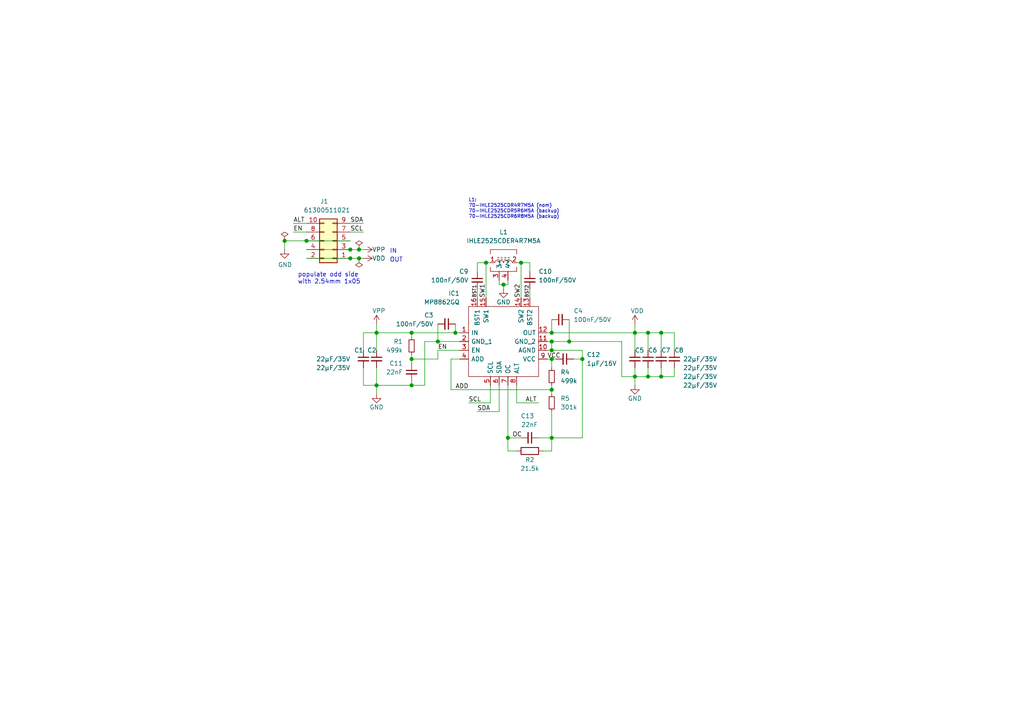
<source format=kicad_sch>
(kicad_sch (version 20201015) (generator eeschema)
  (page 1 1)
  (paper "A4")
  (title_block (title "EVAL-MP8862GQ-0000") (date "2020-10-24") (rev "1A") (company "https://github.com/MisterHW"))
  (lib_symbols
    (symbol "Connector_Generic:Conn_02x05_Odd_Even" (pin_names (offset 1.016) hide)
      (property "Reference" "J" (at 1.27 7.62 0))
      (property "Value" "Conn_02x05_Odd_Even" (at 1.27 -7.62 0))
      (symbol "Conn_02x05_Odd_Even_1_1"
        (rectangle (start -1.27 -4.953) (end 0 -5.207) (stroke (width 0.1524)))
        (rectangle (start -1.27 -2.413) (end 0 -2.667) (stroke (width 0.1524)))
        (rectangle (start -1.27 2.667) (end 0 2.413) (stroke (width 0.1524)))
        (rectangle (start -1.27 5.207) (end 0 4.953) (stroke (width 0.1524)))
        (rectangle (start -1.27 6.35) (end 3.81 -6.35) (stroke (width 0.254)) (fill (type background)))
        (rectangle (start -1.27 0.127) (end 0 -0.127) (stroke (width 0.1524)))
        (rectangle (start 3.81 -4.953) (end 2.54 -5.207) (stroke (width 0.1524)))
        (rectangle (start 3.81 -2.413) (end 2.54 -2.667) (stroke (width 0.1524)))
        (rectangle (start 3.81 2.667) (end 2.54 2.413) (stroke (width 0.1524)))
        (rectangle (start 3.81 5.207) (end 2.54 4.953) (stroke (width 0.1524)))
        (rectangle (start 3.81 0.127) (end 2.54 -0.127) (stroke (width 0.1524)))
        (pin passive line (at -5.08 5.08 0) (length 3.81) (name "Pin_1") (number "1"))
        (pin passive line (at 7.62 -5.08 180) (length 3.81) (name "Pin_10") (number "10"))
        (pin passive line (at 7.62 5.08 180) (length 3.81) (name "Pin_2") (number "2"))
        (pin passive line (at -5.08 2.54 0) (length 3.81) (name "Pin_3") (number "3"))
        (pin passive line (at 7.62 2.54 180) (length 3.81) (name "Pin_4") (number "4"))
        (pin passive line (at -5.08 0 0) (length 3.81) (name "Pin_5") (number "5"))
        (pin passive line (at 7.62 0 180) (length 3.81) (name "Pin_6") (number "6"))
        (pin passive line (at -5.08 -2.54 0) (length 3.81) (name "Pin_7") (number "7"))
        (pin passive line (at 7.62 -2.54 180) (length 3.81) (name "Pin_8") (number "8"))
        (pin passive line (at -5.08 -5.08 0) (length 3.81) (name "Pin_9") (number "9"))
      )
    )
    (symbol "Device:C_Small" (pin_numbers hide) (pin_names (offset 0.254) hide)
      (property "Reference" "C" (at 0.254 1.778 0))
      (property "Value" "C_Small" (at 0.254 -2.032 0))
      (symbol "C_Small_0_1"
        (polyline (pts (xy -1.524 -0.508) (xy 1.524 -0.508)) (stroke (width 0.3302)))
        (polyline (pts (xy -1.524 0.508) (xy 1.524 0.508)) (stroke (width 0.3048)))
      )
      (symbol "C_Small_1_1"
        (pin passive line (at 0 2.54 270) (length 2.032) (name "~") (number "1"))
        (pin passive line (at 0 -2.54 90) (length 2.032) (name "~") (number "2"))
      )
    )
    (symbol "Device:R" (pin_numbers hide) (pin_names (offset 0))
      (property "Reference" "R" (at 2.032 0 90))
      (property "Value" "R" (at 0 0 90))
      (symbol "R_0_1"
        (rectangle (start -1.016 -2.54) (end 1.016 2.54) (stroke (width 0.254)))
      )
      (symbol "R_1_1"
        (pin passive line (at 0 3.81 270) (length 1.27) (name "~") (number "1"))
        (pin passive line (at 0 -3.81 90) (length 1.27) (name "~") (number "2"))
      )
    )
    (symbol "Device:R_Small" (pin_numbers hide) (pin_names (offset 0.254) hide)
      (property "Reference" "R" (at 0.762 0.508 0))
      (property "Value" "R_Small" (at 0.762 -1.016 0))
      (symbol "R_Small_0_1"
        (rectangle (start -0.762 1.778) (end 0.762 -1.778) (stroke (width 0.2032)))
      )
      (symbol "R_Small_1_1"
        (pin passive line (at 0 2.54 270) (length 0.762) (name "~") (number "1"))
        (pin passive line (at 0 -2.54 90) (length 0.762) (name "~") (number "2"))
      )
    )
    (symbol "IHLE2525CD:IHLE2525CDER4R7M5A" (pin_names (offset 0.762))
      (property "Reference" "L" (at -3.81 7.62 0))
      (property "Value" "IHLE2525CDER4R7M5A" (at -3.81 5.08 0))
      (symbol "IHLE2525CDER4R7M5A_1_1"
        (arc (start -1.27 0) (end -2.54 0) (radius (at -1.905 0) (length 0.635) (angles 0.1 179.9)))
        (arc (start 0 0) (end -1.27 0) (radius (at -0.635 0) (length 0.635) (angles 0.1 179.9)))
        (arc (start 1.27 0) (end 0 0) (radius (at 0.635 0) (length 0.635) (angles 0.1 179.9)))
        (arc (start 2.54 0) (end 1.27 0) (radius (at 1.905 0) (length 0.635) (angles 0.1 179.9)))
        (polyline (pts (xy -1.778 1.524) (xy -1.27 1.524)))
        (polyline (pts (xy -1.27 1.016) (xy -1.778 1.016)))
        (polyline (pts (xy -0.762 1.524) (xy -0.254 1.524)))
        (polyline (pts (xy -0.254 1.016) (xy -0.762 1.016)))
        (polyline (pts (xy 0.254 1.524) (xy 0.762 1.524)))
        (polyline (pts (xy 0.762 1.016) (xy 0.254 1.016)))
        (polyline (pts (xy 1.27 1.524) (xy 1.778 1.524)))
        (polyline (pts (xy 1.778 1.016) (xy 1.27 1.016)))
        (pin passive line (at -3.81 0 0) (length 1.27) (name "1") (number "1"))
        (pin passive line (at 3.81 0 180) (length 1.27) (name "2") (number "2"))
      )
      (symbol "IHLE2525CDER4R7M5A_0_1"
        (polyline (pts (xy -3.81 -1.27) (xy -3.81 -2.54) (xy 3.81 -2.54) (xy 3.81 -1.27)))
        (polyline (pts (xy -3.81 2.54) (xy -3.81 3.81) (xy 3.81 3.81) (xy 3.81 2.54)))
      )
      (symbol "IHLE2525CDER4R7M5A_0_0"
        (pin passive line (at -1.27 -5.08 90) (length 2.54) (name "3") (number "3"))
        (pin passive line (at 1.27 -5.08 90) (length 2.54) (name "4") (number "4"))
      )
    )
    (symbol "MP8862GQ:MP8862GQ-0000-Z" (pin_names (offset 0.762))
      (property "Reference" "IC" (at 12.7 12.7 0))
      (property "Value" "MP8862GQ-0000-Z" (at 12.7 10.16 0))
      (symbol "MP8862GQ-0000-Z_0_1"
        (rectangle (start -10.16 10.16) (end 10.16 -10.16))
      )
      (symbol "MP8862GQ-0000-Z_0_0"
        (pin passive line (at -12.7 2.54 0) (length 2.54) (name "IN") (number "1"))
        (pin passive line (at 12.7 -2.54 180) (length 2.54) (name "AGND") (number "10"))
        (pin passive line (at 12.7 0 180) (length 2.54) (name "GND_2") (number "11"))
        (pin passive line (at 12.7 2.54 180) (length 2.54) (name "OUT") (number "12"))
        (pin passive line (at 7.62 12.7 270) (length 2.54) (name "BST2") (number "13"))
        (pin passive line (at 5.08 12.7 270) (length 2.54) (name "SW2") (number "14"))
        (pin passive line (at -5.08 12.7 270) (length 2.54) (name "SW1") (number "15"))
        (pin passive line (at -7.62 12.7 270) (length 2.54) (name "BST1") (number "16"))
        (pin passive line (at -12.7 0 0) (length 2.54) (name "GND_1") (number "2"))
        (pin passive line (at -12.7 -2.54 0) (length 2.54) (name "EN") (number "3"))
        (pin passive line (at -12.7 -5.08 0) (length 2.54) (name "ADD") (number "4"))
        (pin passive line (at -3.81 -12.7 90) (length 2.54) (name "SCL") (number "5"))
        (pin passive line (at -1.27 -12.7 90) (length 2.54) (name "SDA") (number "6"))
        (pin passive line (at 1.27 -12.7 90) (length 2.54) (name "OC") (number "7"))
        (pin passive line (at 3.81 -12.7 90) (length 2.54) (name "ALT") (number "8"))
        (pin passive line (at 12.7 -5.08 180) (length 2.54) (name "VCC") (number "9"))
      )
    )
    (symbol "power:GND" (power) (pin_names (offset 0))
      (property "Value" "GND" (at 0 -3.81 0))
      (symbol "GND_0_1"
        (polyline (pts (xy 0 0) (xy 0 -1.27) (xy 1.27 -1.27) (xy 0 -2.54) (xy -1.27 -1.27) (xy 0 -1.27)))
      )
      (symbol "GND_1_1"
        (pin power_in line (at 0 0 270) (length 0) hide (name "GND") (number "1"))
      )
    )
    (symbol "power:PWR_FLAG" (power) (pin_numbers hide) (pin_names (offset 0) hide)
      (property "Value" "PWR_FLAG" (at 0 3.81 0))
      (symbol "PWR_FLAG_0_1"
        (polyline (pts (xy 0 0) (xy 0 1.27) (xy -1.016 1.905) (xy 0 2.54) (xy 1.016 1.905) (xy 0 1.27)))
      )
      (symbol "PWR_FLAG_0_0"
        (pin power_out line (at 0 0 90) (length 0) (name "pwr") (number "1"))
      )
    )
    (symbol "power:VDD" (power) (pin_names (offset 0))
      (property "Value" "VDD" (at 0 3.81 0))
      (symbol "VDD_0_1"
        (polyline (pts (xy -0.762 1.27) (xy 0 2.54)))
        (polyline (pts (xy 0 0) (xy 0 2.54)))
        (polyline (pts (xy 0 2.54) (xy 0.762 1.27)))
      )
      (symbol "VDD_1_1"
        (pin power_in line (at 0 0 90) (length 0) hide (name "VDD") (number "1"))
      )
    )
    (symbol "power:VPP" (power) (pin_names (offset 0))
      (property "Value" "VPP" (at 0 3.81 0))
      (symbol "VPP_0_1"
        (polyline (pts (xy -0.762 1.27) (xy 0 2.54)))
        (polyline (pts (xy 0 0) (xy 0 2.54)))
        (polyline (pts (xy 0 2.54) (xy 0.762 1.27)))
      )
      (symbol "VPP_1_1"
        (pin power_in line (at 0 0 90) (length 0) hide (name "VPP") (number "1"))
      )
    )
  )
  (junction (at 82.55 69.85) (diameter 1.016))
  (junction (at 88.9 69.85) (diameter 1.016))
  (junction (at 101.6 72.39) (diameter 1.016))
  (junction (at 101.6 74.93) (diameter 1.016))
  (junction (at 104.14 72.39) (diameter 1.016))
  (junction (at 104.14 74.93) (diameter 1.016))
  (junction (at 109.22 96.52) (diameter 1.016))
  (junction (at 109.22 111.76) (diameter 1.016))
  (junction (at 119.38 96.52) (diameter 1.016))
  (junction (at 119.38 104.14) (diameter 1.016))
  (junction (at 119.38 111.76) (diameter 1.016))
  (junction (at 127 99.06) (diameter 1.016))
  (junction (at 132.08 96.52) (diameter 1.016))
  (junction (at 140.97 76.2) (diameter 1.016))
  (junction (at 146.05 82.55) (diameter 1.016))
  (junction (at 147.32 127) (diameter 1.016))
  (junction (at 151.13 76.2) (diameter 1.016))
  (junction (at 160.02 96.52) (diameter 1.016))
  (junction (at 160.02 99.06) (diameter 1.016))
  (junction (at 160.02 101.6) (diameter 1.016))
  (junction (at 160.02 104.14) (diameter 1.016))
  (junction (at 160.02 113.03) (diameter 1.016))
  (junction (at 160.02 127) (diameter 1.016))
  (junction (at 165.1 99.06) (diameter 1.016))
  (junction (at 168.91 104.14) (diameter 1.016))
  (junction (at 184.15 96.52) (diameter 1.016))
  (junction (at 184.15 109.22) (diameter 1.016))
  (junction (at 187.96 96.52) (diameter 1.016))
  (junction (at 187.96 109.22) (diameter 1.016))
  (junction (at 191.77 96.52) (diameter 1.016))
  (junction (at 191.77 109.22) (diameter 1.016))
  (wire (pts (xy 82.55 69.85) (xy 82.55 72.39)))
  (wire (pts (xy 88.9 64.77) (xy 85.09 64.77)))
  (wire (pts (xy 88.9 67.31) (xy 85.09 67.31)))
  (wire (pts (xy 88.9 69.85) (xy 82.55 69.85)))
  (wire (pts (xy 88.9 69.85) (xy 101.6 69.85)))
  (wire (pts (xy 88.9 72.39) (xy 101.6 72.39)))
  (wire (pts (xy 88.9 74.93) (xy 101.6 74.93)))
  (wire (pts (xy 101.6 64.77) (xy 105.41 64.77)))
  (wire (pts (xy 101.6 67.31) (xy 105.41 67.31)))
  (wire (pts (xy 101.6 72.39) (xy 104.14 72.39)))
  (wire (pts (xy 101.6 74.93) (xy 104.14 74.93)))
  (wire (pts (xy 104.14 72.39) (xy 105.41 72.39)))
  (wire (pts (xy 104.14 74.93) (xy 105.41 74.93)))
  (wire (pts (xy 105.41 96.52) (xy 105.41 101.6)))
  (wire (pts (xy 105.41 106.68) (xy 105.41 111.76)))
  (wire (pts (xy 105.41 111.76) (xy 109.22 111.76)))
  (wire (pts (xy 109.22 93.98) (xy 109.22 96.52)))
  (wire (pts (xy 109.22 96.52) (xy 105.41 96.52)))
  (wire (pts (xy 109.22 101.6) (xy 109.22 96.52)))
  (wire (pts (xy 109.22 106.68) (xy 109.22 111.76)))
  (wire (pts (xy 109.22 111.76) (xy 109.22 114.3)))
  (wire (pts (xy 119.38 96.52) (xy 109.22 96.52)))
  (wire (pts (xy 119.38 97.79) (xy 119.38 96.52)))
  (wire (pts (xy 119.38 102.87) (xy 119.38 104.14)))
  (wire (pts (xy 119.38 104.14) (xy 119.38 105.41)))
  (wire (pts (xy 119.38 104.14) (xy 127 104.14)))
  (wire (pts (xy 119.38 110.49) (xy 119.38 111.76)))
  (wire (pts (xy 119.38 111.76) (xy 109.22 111.76)))
  (wire (pts (xy 123.19 99.06) (xy 123.19 111.76)))
  (wire (pts (xy 123.19 99.06) (xy 127 99.06)))
  (wire (pts (xy 123.19 111.76) (xy 119.38 111.76)))
  (wire (pts (xy 127 93.98) (xy 127 99.06)))
  (wire (pts (xy 127 99.06) (xy 133.35 99.06)))
  (wire (pts (xy 127 104.14) (xy 127 101.6)))
  (wire (pts (xy 130.81 104.14) (xy 133.35 104.14)))
  (wire (pts (xy 130.81 113.03) (xy 130.81 104.14)))
  (wire (pts (xy 132.08 93.98) (xy 132.08 96.52)))
  (wire (pts (xy 132.08 96.52) (xy 119.38 96.52)))
  (wire (pts (xy 133.35 96.52) (xy 132.08 96.52)))
  (wire (pts (xy 133.35 101.6) (xy 127 101.6)))
  (wire (pts (xy 135.89 116.84) (xy 142.24 116.84)))
  (wire (pts (xy 138.43 76.2) (xy 138.43 78.74)))
  (wire (pts (xy 138.43 83.82) (xy 138.43 86.36)))
  (wire (pts (xy 138.43 119.38) (xy 144.78 119.38)))
  (wire (pts (xy 140.97 76.2) (xy 138.43 76.2)))
  (wire (pts (xy 140.97 76.2) (xy 140.97 86.36)))
  (wire (pts (xy 142.24 76.2) (xy 140.97 76.2)))
  (wire (pts (xy 142.24 111.76) (xy 142.24 116.84)))
  (wire (pts (xy 144.78 81.28) (xy 144.78 82.55)))
  (wire (pts (xy 144.78 82.55) (xy 146.05 82.55)))
  (wire (pts (xy 144.78 111.76) (xy 144.78 119.38)))
  (wire (pts (xy 146.05 82.55) (xy 147.32 82.55)))
  (wire (pts (xy 146.05 83.82) (xy 146.05 82.55)))
  (wire (pts (xy 147.32 82.55) (xy 147.32 81.28)))
  (wire (pts (xy 147.32 111.76) (xy 147.32 127)))
  (wire (pts (xy 147.32 130.81) (xy 147.32 127)))
  (wire (pts (xy 149.86 76.2) (xy 151.13 76.2)))
  (wire (pts (xy 149.86 111.76) (xy 149.86 116.84)))
  (wire (pts (xy 149.86 116.84) (xy 156.21 116.84)))
  (wire (pts (xy 149.86 130.81) (xy 147.32 130.81)))
  (wire (pts (xy 151.13 76.2) (xy 151.13 86.36)))
  (wire (pts (xy 151.13 127) (xy 147.32 127)))
  (wire (pts (xy 153.67 76.2) (xy 151.13 76.2)))
  (wire (pts (xy 153.67 78.74) (xy 153.67 76.2)))
  (wire (pts (xy 153.67 83.82) (xy 153.67 86.36)))
  (wire (pts (xy 158.75 99.06) (xy 160.02 99.06)))
  (wire (pts (xy 158.75 101.6) (xy 160.02 101.6)))
  (wire (pts (xy 160.02 92.71) (xy 160.02 96.52)))
  (wire (pts (xy 160.02 96.52) (xy 158.75 96.52)))
  (wire (pts (xy 160.02 99.06) (xy 160.02 101.6)))
  (wire (pts (xy 160.02 99.06) (xy 165.1 99.06)))
  (wire (pts (xy 160.02 101.6) (xy 168.91 101.6)))
  (wire (pts (xy 160.02 104.14) (xy 158.75 104.14)))
  (wire (pts (xy 160.02 104.14) (xy 160.02 106.68)))
  (wire (pts (xy 160.02 111.76) (xy 160.02 113.03)))
  (wire (pts (xy 160.02 113.03) (xy 130.81 113.03)))
  (wire (pts (xy 160.02 113.03) (xy 160.02 114.3)))
  (wire (pts (xy 160.02 119.38) (xy 160.02 127)))
  (wire (pts (xy 160.02 127) (xy 156.21 127)))
  (wire (pts (xy 160.02 127) (xy 160.02 130.81)))
  (wire (pts (xy 160.02 127) (xy 168.91 127)))
  (wire (pts (xy 160.02 130.81) (xy 157.48 130.81)))
  (wire (pts (xy 161.29 104.14) (xy 160.02 104.14)))
  (wire (pts (xy 165.1 92.71) (xy 165.1 99.06)))
  (wire (pts (xy 165.1 99.06) (xy 180.34 99.06)))
  (wire (pts (xy 166.37 104.14) (xy 168.91 104.14)))
  (wire (pts (xy 168.91 101.6) (xy 168.91 104.14)))
  (wire (pts (xy 168.91 104.14) (xy 168.91 127)))
  (wire (pts (xy 180.34 99.06) (xy 180.34 109.22)))
  (wire (pts (xy 180.34 109.22) (xy 184.15 109.22)))
  (wire (pts (xy 184.15 93.98) (xy 184.15 96.52)))
  (wire (pts (xy 184.15 96.52) (xy 160.02 96.52)))
  (wire (pts (xy 184.15 96.52) (xy 184.15 101.6)))
  (wire (pts (xy 184.15 106.68) (xy 184.15 109.22)))
  (wire (pts (xy 184.15 109.22) (xy 184.15 111.76)))
  (wire (pts (xy 187.96 96.52) (xy 184.15 96.52)))
  (wire (pts (xy 187.96 96.52) (xy 187.96 101.6)))
  (wire (pts (xy 187.96 106.68) (xy 187.96 109.22)))
  (wire (pts (xy 187.96 109.22) (xy 184.15 109.22)))
  (wire (pts (xy 191.77 96.52) (xy 187.96 96.52)))
  (wire (pts (xy 191.77 96.52) (xy 191.77 101.6)))
  (wire (pts (xy 191.77 106.68) (xy 191.77 109.22)))
  (wire (pts (xy 191.77 109.22) (xy 187.96 109.22)))
  (wire (pts (xy 195.58 96.52) (xy 191.77 96.52)))
  (wire (pts (xy 195.58 96.52) (xy 195.58 101.6)))
  (wire (pts (xy 195.58 106.68) (xy 195.58 109.22)))
  (wire (pts (xy 195.58 109.22) (xy 191.77 109.22)))
  (text "populate odd side\nwith 2.54mm 1x05" (at 86.36 82.55 0) (effects (font (size 1.27 1.27)) (justify left bottom)))
  (text "IN" (at 113.03 73.66 0) (effects (font (size 1.27 1.27)) (justify left bottom)))
  (text "OUT" (at 113.03 76.2 0) (effects (font (size 1.27 1.27)) (justify left bottom)))
  (text "L1:\n70-IHLE2525CDR4R7M5A (nom)\n70-IHLE2525CDR5R6M5A (backup)\n70-IHLE2525CDR6R8M5A (backup)" (at 135.89 63.5 0) (effects (font (size 0.9906 0.9906)) (justify left bottom)))
  (label "ALT" (at 85.09 64.77 0))
  (label "EN" (at 85.09 67.31 0))
  (label "SDA" (at 101.6 64.77 0))
  (label "SCL" (at 101.6 67.31 0))
  (label "EN" (at 127 101.6 0))
  (label "ADD" (at 132.08 113.03 0))
  (label "SCL" (at 135.89 116.84 0))
  (label "BST1" (at 138.43 86.36 90) (effects (font (size 0.9906 0.9906))))
  (label "SDA" (at 138.43 119.38 0))
  (label "SW1" (at 140.97 86.36 90))
  (label "OC" (at 148.59 127 0))
  (label "SW2" (at 151.13 86.36 90))
  (label "ALT" (at 152.4 116.84 0))
  (label "BST2" (at 153.67 86.36 90) (effects (font (size 0.9906 0.9906))))
  (label "VCC" (at 158.75 104.14 0))
  (symbol (lib_id "power:PWR_FLAG") (at 82.55 69.85 0) (unit 1)
    (property "Reference" "#FLG0103" (effects hide))
    (property "Value" "PWR_FLAG" (effects hide))
  )
  (symbol (lib_id "power:PWR_FLAG") (at 104.14 72.39 0) (unit 1)
    (property "Reference" "#FLG0101" (effects hide))
    (property "Value" "PWR_FLAG" (effects hide))
  )
  (symbol (lib_id "power:PWR_FLAG") (at 104.14 74.93 180) (unit 1)
    (property "Reference" "#FLG0102" (effects hide))
    (property "Value" "PWR_FLAG" (effects hide))
  )
  (symbol (lib_id "power:VPP") (at 105.41 72.39 270) (unit 1)
    (property "Reference" "#PWR0103" (effects hide))
    (property "Value" "VPP" (at 107.95 72.39 90) (effects (justify left)))
  )
  (symbol (lib_id "power:VDD") (at 105.41 74.93 270) (unit 1)
    (property "Reference" "#PWR0102" (effects hide))
    (property "Value" "VDD" (at 107.95 74.93 90) (effects (justify left)))
  )
  (symbol (lib_id "power:VPP") (at 109.22 93.98 0) (unit 1)
    (property "Reference" "#PWR0112" (effects hide))
    (property "Value" "VPP" (at 107.95 90.17 0) (effects (justify left)))
  )
  (symbol (lib_id "power:VDD") (at 184.15 93.98 0) (unit 1)
    (property "Reference" "#PWR0107" (effects hide))
    (property "Value" "VDD" (at 182.88 90.17 0) (effects (justify left)))
  )
  (symbol (lib_id "power:GND") (at 82.55 72.39 0) (unit 1)
    (property "Reference" "#PWR0101" (effects hide))
    (property "Value" "GND" (at 82.677 76.7842 0))
  )
  (symbol (lib_id "power:GND") (at 109.22 114.3 0) (unit 1)
    (property "Reference" "#PWR0111" (effects hide))
    (property "Value" "GND" (at 109.22 118.11 0))
  )
  (symbol (lib_id "power:GND") (at 146.05 83.82 0) (unit 1)
    (property "Reference" "#PWR0109" (effects hide))
    (property "Value" "GND" (at 146.05 87.63 0))
  )
  (symbol (lib_id "power:GND") (at 184.15 111.76 0) (mirror y) (unit 1)
    (property "Reference" "#PWR0110" (effects hide))
    (property "Value" "GND" (at 184.15 115.57 0))
  )
  (symbol (lib_id "Device:R_Small") (at 119.38 100.33 0) (unit 1)
    (property "Reference" "R1" (at 116.84 99.06 0) (effects (justify right)))
    (property "Value" "499k" (at 116.84 101.6 0) (effects (justify right)))
    (property "Footprint" "Resistor_SMD:R_0603_1608Metric" (effects hide))
    (property "Mouser Part Number" "652-CR0603FX-4993ELF" (effects hide))
  )
  (symbol (lib_id "Device:R_Small") (at 160.02 109.22 0) (mirror y) (unit 1)
    (property "Reference" "R4" (at 162.56 107.95 0) (effects (justify right)))
    (property "Value" "499k" (at 162.56 110.49 0) (effects (justify right)))
    (property "Footprint" "Resistor_SMD:R_0603_1608Metric" (effects hide))
    (property "Mouser Part Number" "652-CR0603FX-4993ELF" (effects hide))
  )
  (symbol (lib_id "Device:R_Small") (at 160.02 116.84 0) (mirror y) (unit 1)
    (property "Reference" "R5" (at 162.56 115.57 0) (effects (justify right)))
    (property "Value" "301k" (at 162.56 118.11 0) (effects (justify right)))
    (property "Footprint" "Resistor_SMD:R_0603_1608Metric" (effects hide))
    (property "Mouser Part Number" "652-CR0603FX-3013ELF " (effects hide))
  )
  (symbol (lib_id "Device:R") (at 153.67 130.81 90) (mirror x) (unit 1)
    (property "Reference" "R2" (at 153.67 133.35 90))
    (property "Value" "21.5k" (at 153.67 135.89 90))
    (property "Footprint" "Resistor_SMD:R_0603_1608Metric" (effects hide))
    (property "Mouser Part Number" "652-CR0603FX-2152ELF" (effects hide))
  )
  (symbol (lib_id "Device:C_Small") (at 105.41 104.14 0) (unit 1)
    (property "Reference" "C1" (at 105.41 101.6 0) (effects (justify right)))
    (property "Value" "22µF/35V" (at 101.6 104.14 0) (effects (justify right)))
    (property "Footprint" "Capacitor_SMD:C_1210_3225Metric" (effects hide))
    (property "Mouser Part Number" " 963-GMK325BJ226MM-P" (effects hide))
  )
  (symbol (lib_id "Device:C_Small") (at 109.22 104.14 0) (unit 1)
    (property "Reference" "C2" (at 109.22 101.6 0) (effects (justify right)))
    (property "Value" "22µF/35V" (at 101.6 106.68 0) (effects (justify right)))
    (property "Footprint" "Capacitor_SMD:C_1210_3225Metric" (effects hide))
    (property "Mouser Part Number" " 963-GMK325BJ226MM-P" (effects hide))
  )
  (symbol (lib_id "Device:C_Small") (at 119.38 107.95 0) (unit 1)
    (property "Reference" "C11" (at 116.84 105.41 0) (effects (justify right)))
    (property "Value" "22nF" (at 116.84 107.95 0) (effects (justify right)))
    (property "Footprint" "Capacitor_SMD:C_0603_1608Metric" (effects hide))
    (property "Mouser Part Number" "80-C0603C223K5REC" (effects hide))
  )
  (symbol (lib_id "Device:C_Small") (at 129.54 93.98 270) (unit 1)
    (property "Reference" "C3" (at 125.73 91.44 90) (effects (justify right)))
    (property "Value" "100nF/50V" (at 125.73 93.98 90) (effects (justify right)))
    (property "Footprint" "Capacitor_SMD:C_0603_1608Metric" (effects hide))
    (property "Mouser Part Number" "80-C0603C104K5REC " (effects hide))
  )
  (symbol (lib_id "Device:C_Small") (at 138.43 81.28 0) (unit 1)
    (property "Reference" "C9" (at 135.89 78.74 0) (effects (justify right)))
    (property "Value" "100nF/50V" (at 135.89 81.28 0) (effects (justify right)))
    (property "Footprint" "Capacitor_SMD:C_0603_1608Metric" (effects hide))
    (property "Mouser Part Number" "80-C0603C104K5REC " (effects hide))
  )
  (symbol (lib_id "Device:C_Small") (at 153.67 81.28 0) (unit 1)
    (property "Reference" "C10" (at 156.21 78.74 0) (effects (justify left)))
    (property "Value" "100nF/50V" (at 156.21 81.28 0) (effects (justify left)))
    (property "Footprint" "Capacitor_SMD:C_0603_1608Metric" (effects hide))
    (property "Mouser Part Number" "80-C0603C104K5REC " (effects hide))
  )
  (symbol (lib_id "Device:C_Small") (at 153.67 127 270) (mirror x) (unit 1)
    (property "Reference" "C13" (at 154.94 120.65 90) (effects (justify right)))
    (property "Value" "22nF" (at 151.13 123.19 90) (effects (justify left)))
    (property "Footprint" "Capacitor_SMD:C_0603_1608Metric" (effects hide))
    (property "Mouser Part Number" "80-C0603C223K5REC" (effects hide))
  )
  (symbol (lib_id "Device:C_Small") (at 162.56 92.71 90) (unit 1)
    (property "Reference" "C4" (at 166.37 90.17 90) (effects (justify right)))
    (property "Value" "100nF/50V" (at 166.37 92.71 90) (effects (justify right)))
    (property "Footprint" "Capacitor_SMD:C_0603_1608Metric" (effects hide))
    (property "Mouser Part Number" "80-C0603C104K5REC " (effects hide))
  )
  (symbol (lib_id "Device:C_Small") (at 163.83 104.14 270) (unit 1)
    (property "Reference" "C12" (at 170.18 102.87 90) (effects (justify left)))
    (property "Value" "1µF/16V" (at 170.18 105.41 90) (effects (justify left)))
    (property "Footprint" "Capacitor_SMD:C_0603_1608Metric" (effects hide))
    (property "Mouser Part Number" "963-TMK107B7105KA-T" (effects hide))
  )
  (symbol (lib_id "Device:C_Small") (at 184.15 104.14 0) (unit 1)
    (property "Reference" "C5" (at 184.15 101.6 0) (effects (justify left)))
    (property "Value" "22µF/35V" (at 198.12 104.14 0) (effects (justify left)))
    (property "Footprint" "Capacitor_SMD:C_1210_3225Metric" (effects hide))
    (property "Mouser Part Number" " 963-GMK325BJ226MM-P" (effects hide))
  )
  (symbol (lib_id "Device:C_Small") (at 187.96 104.14 0) (unit 1)
    (property "Reference" "C6" (at 187.96 101.6 0) (effects (justify left)))
    (property "Value" "22µF/35V" (at 198.12 106.68 0) (effects (justify left)))
    (property "Footprint" "Capacitor_SMD:C_1210_3225Metric" (effects hide))
    (property "Mouser Part Number" " 963-GMK325BJ226MM-P" (effects hide))
  )
  (symbol (lib_id "Device:C_Small") (at 191.77 104.14 0) (unit 1)
    (property "Reference" "C7" (at 191.77 101.6 0) (effects (justify left)))
    (property "Value" "22µF/35V" (at 198.12 111.76 0) (effects (justify left)))
    (property "Footprint" "Capacitor_SMD:C_1210_3225Metric" (effects hide))
    (property "Mouser Part Number" " 963-GMK325BJ226MM-P" (effects hide))
  )
  (symbol (lib_id "Device:C_Small") (at 195.58 104.14 0) (unit 1)
    (property "Reference" "C8" (at 195.58 101.6 0) (effects (justify left)))
    (property "Value" "22µF/35V" (at 198.12 109.22 0) (effects (justify left)))
    (property "Footprint" "Capacitor_SMD:C_1210_3225Metric" (effects hide))
    (property "Mouser Part Number" " 963-GMK325BJ226MM-P" (effects hide))
  )
  (symbol (lib_id "IHLE2525CD:IHLE2525CDER4R7M5A") (at 146.05 76.2 0) (unit 1)
    (property "Reference" "L1" (at 146.05 67.31 0))
    (property "Value" "IHLE2525CDER4R7M5A" (at 146.05 69.85 0))
    (property "Footprint" "IHLE2525CD:IHLE2525CD" (effects hide))
    (property "Datasheet" "http://www.farnell.com/datasheets/2619211.pdf" (effects hide))
    (property "Description" "Inductor Power Shielded Wirewound 4.7uH 20% 100KHz 5.6A 0.0384Ohm DCR 2525 Automotive" (effects hide))
    (property "Height" "3.357" (effects hide))
    (property "Manufacturer_Name" "Vishay" (effects hide))
    (property "Manufacturer_Part_Number" "IHLE2525CDER4R7M5A" (effects hide))
    (property "Arrow Part Number" "IHLE2525CDER4R7M5A" (effects hide))
    (property "Arrow Price/Stock" "https://www.arrow.com/en/products/ihle2525cder4R7m5a/vishay" (effects hide))
    (property "Mouser Part Number" "70-IHLE2525CDR4R7M5A" (effects hide))
  )
  (symbol (lib_id "Connector_Generic:Conn_02x05_Odd_Even") (at 96.52 69.85 180) (unit 1)
    (property "Reference" "J1" (at 95.25 58.42 0) (effects (justify left)))
    (property "Value" "61300511021" (at 101.6 60.96 0) (effects (justify left)))
    (property "Footprint" "Connector_PinHeader_2.54mm:PinHeader_2x05_P2.54mm_Horizontal" (effects hide))
    (property "MF" "WE" (effects hide))
    (property "Mouser Part Number" "710-61300511021 " (effects hide))
  )
  (symbol (lib_id "MP8862GQ:MP8862GQ-0000-Z") (at 146.05 99.06 0) (unit 1)
    (property "Reference" "IC1" (at 133.35 85.09 0) (effects (justify right)))
    (property "Value" "MP8862GQ" (at 133.35 87.63 0) (effects (justify right)))
    (property "Footprint" "MP8862GQ:MP8862GQ" (effects hide))
    (property "Datasheet" "https://www.monolithicpower.com/en/documentview/productdocument/index/version/2/document_type/Datasheet/lang/en/sku/MP8862/document_id/3999/" (effects hide))
    (property "Description" "2.8V-22V VIN, 2A IOUT, 4-SWITCH," (effects hide))
    (property "Height" "1" (effects hide))
    (property "Manufacturer_Name" "Monolithic Power Systems (MPS)" (effects hide))
    (property "Manufacturer_Part_Number" "MP8862GQ-0000-Z" (effects hide))
    (property "Arrow Part Number" "MP8862GQ-0000-Z" (effects hide))
    (property "Mouser Part Number" "946-MP8862GQ-0000-Z" (effects hide))
    (property "Mouser Price/Stock" "https://www.mouser.co.uk/ProductDetail/Monolithic-Power-Systems-MPS/MP8862GQ-0000-Z?qs=OlC7AqGiEDkKRh5K8Xavnw%3D%3D" (effects hide))
  )
)
</source>
